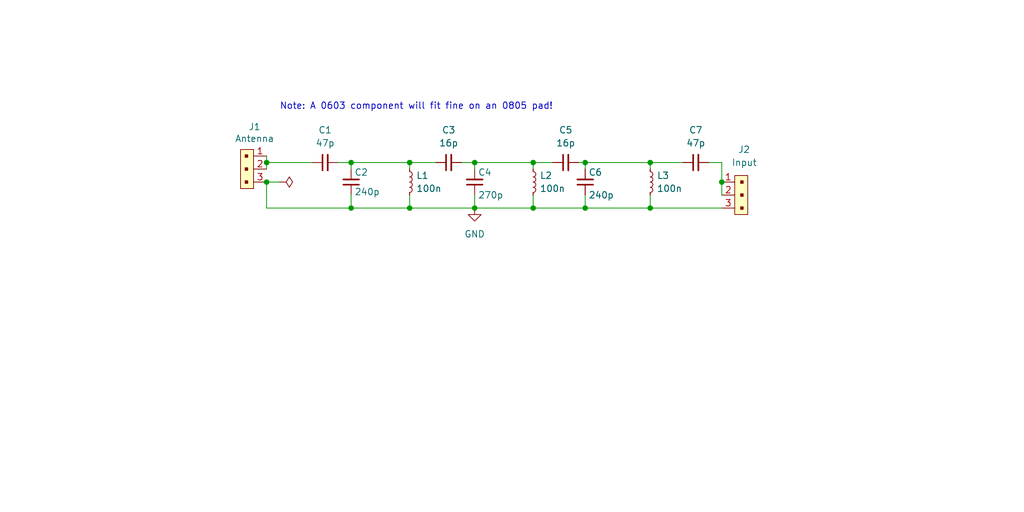
<source format=kicad_sch>
(kicad_sch (version 20231120) (generator "eeschema") (generator_version "8.0")
  (paper "User" 200 99.9998)
  (title_block (title "Pluggable BPF") (date "2023-11-12") (rev "V1.00") (company "VU3CER"))
  (lib_symbols
    (symbol "0022232031_1" (pin_names (offset 1.016))
      (property "Reference" "J1" (at -5.715 0.2032 90))
      (property "Value" "Antenna" (at -3.4036 0.2032 90))
      (symbol "0022232031_1_1_1"
        (rectangle (start -1.27 0) (end 6.35 -2.54) (fill (type background)))
        (rectangle (start -0.254 -1.143) (end 0.254 -1.651) (fill (type outline)))
        (rectangle (start 2.286 -1.143) (end 2.794 -1.651) (fill (type outline)))
        (rectangle (start 4.826 -1.143) (end 5.334 -1.651) (fill (type outline)))
        (pin passive line (at 0 2.54 270) (length 2.54) (name "~") (number "1"))
        (pin passive line (at 2.54 2.54 270) (length 2.54) (name "~") (number "2"))
        (pin passive line (at 5.08 2.54 270) (length 2.54) (name "~") (number "3"))
      )
    )
    (symbol "Device:C_Small" (pin_numbers hide) (pin_names (offset 0.254) hide)
      (property "Reference" "C" (at 0.254 1.778 0))
      (property "Value" "C_Small" (at 0.254 -2.032 0))
      (symbol "C_Small_0_1"
        (polyline (pts (xy -1.524 -0.508) (xy 1.524 -0.508)) (stroke (width 0.3302)))
        (polyline (pts (xy -1.524 0.508) (xy 1.524 0.508)) (stroke (width 0.3048)))
      )
      (symbol "C_Small_1_1"
        (pin passive line (at 0 2.54 270) (length 2.032) (name "~") (number "1"))
        (pin passive line (at 0 -2.54 90) (length 2.032) (name "~") (number "2"))
      )
    )
    (symbol "Device:L_Small" (pin_numbers hide) (pin_names (offset 0.254) hide)
      (property "Reference" "L" (at 0.762 1.016 0))
      (property "Value" "L_Small" (at 0.762 -1.016 0))
      (symbol "L_Small_0_1"
        (arc (start 0 -2.032) (mid 0.5058 -1.524) (end 0 -1.016))
        (arc (start 0 -1.016) (mid 0.5058 -0.508) (end 0 0))
        (arc (start 0 0) (mid 0.5058 0.508) (end 0 1.016))
        (arc (start 0 1.016) (mid 0.5058 1.524) (end 0 2.032))
      )
      (symbol "L_Small_1_1"
        (pin passive line (at 0 2.54 270) (length 0.508) (name "~") (number "1"))
        (pin passive line (at 0 -2.54 90) (length 0.508) (name "~") (number "2"))
      )
    )
    (symbol "dk_Rectangular-Connectors-Headers-Male-Pins:0022232031" (pin_names (offset 1.016))
      (property "Reference" "J" (at -2.54 1.27 0))
      (property "Value" "0022232031" (at 2.54 -3.81 0))
      (symbol "0022232031_1_1"
        (rectangle (start -1.27 0) (end 6.35 -2.54) (fill (type background)))
        (rectangle (start -0.254 -1.143) (end 0.254 -1.651) (fill (type outline)))
        (rectangle (start 2.286 -1.143) (end 2.794 -1.651) (fill (type outline)))
        (rectangle (start 4.826 -1.143) (end 5.334 -1.651) (fill (type outline)))
        (pin passive line (at 0 2.54 270) (length 2.54) (name "~") (number "1"))
        (pin passive line (at 2.54 2.54 270) (length 2.54) (name "~") (number "2"))
        (pin passive line (at 5.08 2.54 270) (length 2.54) (name "~") (number "3"))
      )
    )
    (symbol "power:GND" (power) (pin_names (offset 0))
      (property "Value" "GND" (at 0 -3.81 0))
      (symbol "GND_0_1"
        (polyline (pts (xy 0 0) (xy 0 -1.27) (xy 1.27 -1.27) (xy 0 -2.54) (xy -1.27 -1.27) (xy 0 -1.27)))
      )
      (symbol "GND_1_1"
        (pin power_in line (at 0 0 270) (length 0) hide (name "GND") (number "1"))
      )
    )
    (symbol "power:PWR_FLAG" (power) (pin_numbers hide) (pin_names (offset 0) hide)
      (property "Value" "PWR_FLAG" (at 0 3.81 0))
      (symbol "PWR_FLAG_0_0"
        (pin power_out line (at 0 0 90) (length 0) (name "pwr") (number "1"))
      )
      (symbol "PWR_FLAG_0_1"
        (polyline (pts (xy 0 0) (xy 0 1.27) (xy -1.016 1.905) (xy 0 2.54) (xy 1.016 1.905) (xy 0 1.27)))
      )
    )
  )
  (junction (at 104.14 31.75))
  (junction (at 80.01 40.64))
  (junction (at 52.07 35.56))
  (junction (at 140.97 35.56))
  (junction (at 80.01 31.75))
  (junction (at 127 31.75))
  (junction (at 114.3 40.64))
  (junction (at 92.71 31.75))
  (junction (at 104.14 40.64))
  (junction (at 114.3 31.75))
  (junction (at 68.58 31.75))
  (junction (at 92.71 40.64))
  (junction (at 68.58 40.64))
  (junction (at 52.07 31.75))
  (junction (at 127 40.64))
  (wire (pts (xy 127 38.1) (xy 127 40.64)))
  (wire (pts (xy 52.07 31.75) (xy 60.96 31.75)))
  (wire (pts (xy 104.14 31.75) (xy 107.95 31.75)))
  (wire (pts (xy 140.97 35.56) (xy 140.97 31.75)))
  (wire (pts (xy 127 40.64) (xy 140.97 40.64)))
  (wire (pts (xy 127 31.75) (xy 133.35 31.75)))
  (wire (pts (xy 104.14 31.75) (xy 104.14 33.02)))
  (wire (pts (xy 92.71 40.64) (xy 104.14 40.64)))
  (wire (pts (xy 52.07 40.64) (xy 68.58 40.64)))
  (wire (pts (xy 114.3 31.75) (xy 127 31.75)))
  (wire (pts (xy 92.71 31.75) (xy 92.71 33.02)))
  (wire (pts (xy 68.58 40.64) (xy 80.01 40.64)))
  (wire (pts (xy 68.58 33.02) (xy 68.58 31.75)))
  (wire (pts (xy 68.58 31.75) (xy 66.04 31.75)))
  (wire (pts (xy 80.01 31.75) (xy 80.01 33.02)))
  (wire (pts (xy 113.03 31.75) (xy 114.3 31.75)))
  (wire (pts (xy 114.3 38.1) (xy 114.3 40.64)))
  (wire (pts (xy 127 31.75) (xy 127 33.02)))
  (wire (pts (xy 52.07 33.02) (xy 52.07 31.75)))
  (wire (pts (xy 68.58 31.75) (xy 80.01 31.75)))
  (wire (pts (xy 114.3 31.75) (xy 114.3 33.02)))
  (wire (pts (xy 80.01 38.1) (xy 80.01 40.64)))
  (wire (pts (xy 54.61 35.56) (xy 52.07 35.56)))
  (wire (pts (xy 92.71 31.75) (xy 104.14 31.75)))
  (wire (pts (xy 80.01 40.64) (xy 92.71 40.64)))
  (wire (pts (xy 114.3 40.64) (xy 127 40.64)))
  (wire (pts (xy 80.01 31.75) (xy 85.09 31.75)))
  (wire (pts (xy 52.07 31.75) (xy 52.07 30.48)))
  (wire (pts (xy 104.14 38.1) (xy 104.14 40.64)))
  (wire (pts (xy 104.14 40.64) (xy 114.3 40.64)))
  (wire (pts (xy 90.17 31.75) (xy 92.71 31.75)))
  (wire (pts (xy 52.07 35.56) (xy 52.07 40.64)))
  (wire (pts (xy 92.71 38.1) (xy 92.71 40.64)))
  (wire (pts (xy 140.97 38.1) (xy 140.97 35.56)))
  (wire (pts (xy 140.97 31.75) (xy 138.43 31.75)))
  (wire (pts (xy 68.58 38.1) (xy 68.58 40.64)))
  (text "Note: A 0603 component will fit fine on an 0805 pad!" (at 54.61 21.59 0) (effects (font (size 1.27 1.27)) (justify left bottom)))
  (symbol (lib_id "dk_Rectangular-Connectors-Headers-Male-Pins:0022232031") (at 143.51 35.56 90) (mirror x) (unit 1)
    (property "Reference" "J2" (at 144.145 29.21 90) (effects (justify right)))
    (property "Value" "Input" (at 142.875 31.75 90) (effects (justify right)))
    (property "Footprint" "digikey-footprints:PinHeader_1x3_P2.54mm_Drill1.02mm" (effects (hide yes)))
    (property "Datasheet" "https://www.molex.com/pdm_docs/sd/022232031_sd.pdf" (effects (hide yes)))
    (property "Description" "CONN HEADER VERT 3POS 2.54MM" (effects (hide yes)))
    (property "Digi-Key_PN" "WM4201-ND" (effects (hide yes)))
    (property "MPN" "0022232031" (effects (hide yes)))
    (property "Category" "Connectors, Interconnects" (effects (hide yes)))
    (property "Family" "Rectangular Connectors - Headers, Male Pins" (effects (hide yes)))
    (property "DK_Datasheet_Link" "https://www.molex.com/pdm_docs/sd/022232031_sd.pdf" (effects (hide yes)))
    (property "DK_Detail_Page" "/product-detail/en/molex/0022232031/WM4201-ND/26669" (effects (hide yes)))
    (property "Manufacturer" "Molex" (effects (hide yes)))
    (property "Status" "Active" (effects (hide yes)))
    (property "Description" "CONN HEADER VERT 3POS 2.54MM" (effects (hide yes)))
  )
  (symbol (lib_name "0022232031_1") (lib_id "dk_Rectangular-Connectors-Headers-Male-Pins:0022232031") (at 49.53 30.48 270) (unit 1)
    (property "Reference" "J1" (at 49.7332 24.765 90))
    (property "Value" "Antenna" (at 49.7332 27.0764 90))
    (property "Footprint" "digikey-footprints:PinHeader_1x3_P2.54mm_Drill1.02mm" (effects (hide yes)))
    (property "Datasheet" "https://www.molex.com/pdm_docs/sd/022232031_sd.pdf" (effects (hide yes)))
    (property "Description" "CONN HEADER VERT 3POS 2.54MM" (effects (hide yes)))
    (property "Digi-Key_PN" "WM4201-ND" (effects (hide yes)))
    (property "MPN" "0022232031" (effects (hide yes)))
    (property "Category" "Connectors, Interconnects" (effects (hide yes)))
    (property "Family" "Rectangular Connectors - Headers, Male Pins" (effects (hide yes)))
    (property "DK_Datasheet_Link" "https://www.molex.com/pdm_docs/sd/022232031_sd.pdf" (effects (hide yes)))
    (property "DK_Detail_Page" "/product-detail/en/molex/0022232031/WM4201-ND/26669" (effects (hide yes)))
    (property "Manufacturer" "Molex" (effects (hide yes)))
    (property "Status" "Active" (effects (hide yes)))
    (property "Description" "CONN HEADER VERT 3POS 2.54MM" (effects (hide yes)))
  )
  (symbol (lib_id "power:PWR_FLAG") (at 54.61 35.56 270) (unit 1)
    (property "Reference" "#FLG0101" (effects (hide yes)))
    (property "Value" "PWR_FLAG" (effects (hide yes)))
  )
  (symbol (lib_id "Device:C_Small") (at 68.58 35.56 180) (unit 1)
    (property "Reference" "C2" (at 69.215 33.655 0) (effects (justify right)))
    (property "Value" "240p" (at 69.215 37.465 0) (effects (justify right)))
    (property "Footprint" "Capacitor_SMD:C_0805_2012Metric_Pad1.18x1.45mm_HandSolder" (effects (hide yes)))
    (property "Datasheet" "https://www.lcsc.com/product-detail/Multilayer-Ceramic-Capacitors-MLCC-SMD-SMT_YAGEO-CC0805JRNPO9BN241_C520005.html" (effects (hide yes)))
  )
  (symbol (lib_id "Device:C_Small") (at 114.3 35.56 180) (unit 1)
    (property "Reference" "C6" (at 114.935 33.655 0) (effects (justify right)))
    (property "Value" "240p" (at 114.935 38.1 0) (effects (justify right)))
    (property "Footprint" "Capacitor_SMD:C_0805_2012Metric_Pad1.18x1.45mm_HandSolder" (effects (hide yes)))
    (property "Datasheet" "https://www.lcsc.com/product-detail/Multilayer-Ceramic-Capacitors-MLCC-SMD-SMT_YAGEO-CC0805JRNPO9BN241_C520005.html" (effects (hide yes)))
  )
  (symbol (lib_id "Device:C_Small") (at 135.89 31.75 90) (unit 1)
    (property "Reference" "C7" (at 135.8963 25.4 90))
    (property "Value" "47p" (at 135.8963 27.94 90))
    (property "Footprint" "Capacitor_SMD:C_0805_2012Metric_Pad1.18x1.45mm_HandSolder" (effects (hide yes)))
    (property "Datasheet" "https://www.lcsc.com/product-detail/Multilayer-Ceramic-Capacitors-MLCC-SMD-SMT_Samsung-Electro-Mechanics-CL21C470JBANNNC_C14857.html" (effects (hide yes)))
  )
  (symbol (lib_id "Device:L_Small") (at 104.14 35.56 0) (unit 1)
    (property "Reference" "L2" (at 105.41 34.29 0) (effects (justify left)))
    (property "Value" "100n" (at 105.41 36.83 0) (effects (justify left)))
    (property "Footprint" "Inductor_SMD:L_1210_3225Metric_Pad1.42x2.65mm_HandSolder" (effects (hide yes)))
    (property "Datasheet" "https://www.lcsc.com/product-detail/Inductors-SMD_Sunlord-SDWL3225CR10JSTF_C709637.html" (effects (hide yes)))
  )
  (symbol (lib_id "Device:L_Small") (at 80.01 35.56 0) (unit 1)
    (property "Reference" "L1" (at 81.28 34.29 0) (effects (justify left)))
    (property "Value" "100n" (at 81.28 36.83 0) (effects (justify left)))
    (property "Footprint" "Inductor_SMD:L_1210_3225Metric_Pad1.42x2.65mm_HandSolder" (effects (hide yes)))
    (property "Datasheet" "https://www.lcsc.com/product-detail/Inductors-SMD_Sunlord-SDWL3225CR10JSTF_C709637.html" (effects (hide yes)))
  )
  (symbol (lib_id "Device:C_Small") (at 87.63 31.75 90) (unit 1)
    (property "Reference" "C3" (at 87.6363 25.4 90))
    (property "Value" "16p" (at 87.6363 27.94 90))
    (property "Footprint" "Capacitor_SMD:C_0805_2012Metric_Pad1.18x1.45mm_HandSolder" (effects (hide yes)))
    (property "Datasheet" "https://www.lcsc.com/product-detail/Multilayer-Ceramic-Capacitors-MLCC-SMD-SMT_Walsin-Tech-Corp-0805N160J500CT_C152845.html" (effects (hide yes)))
  )
  (symbol (lib_id "Device:C_Small") (at 63.5 31.75 90) (unit 1)
    (property "Reference" "C1" (at 63.5063 25.4 90))
    (property "Value" "47p" (at 63.5063 27.94 90))
    (property "Footprint" "Capacitor_SMD:C_0805_2012Metric_Pad1.18x1.45mm_HandSolder" (effects (hide yes)))
    (property "Datasheet" "https://www.lcsc.com/product-detail/Multilayer-Ceramic-Capacitors-MLCC-SMD-SMT_Samsung-Electro-Mechanics-CL21C470JBANNNC_C14857.html" (effects (hide yes)))
  )
  (symbol (lib_id "Device:C_Small") (at 110.49 31.75 90) (unit 1)
    (property "Reference" "C5" (at 110.4963 25.4 90))
    (property "Value" "16p" (at 110.4963 27.94 90))
    (property "Footprint" "Capacitor_SMD:C_0805_2012Metric_Pad1.18x1.45mm_HandSolder" (effects (hide yes)))
    (property "Datasheet" "https://www.lcsc.com/product-detail/Multilayer-Ceramic-Capacitors-MLCC-SMD-SMT_Walsin-Tech-Corp-0805N160J500CT_C152845.html" (effects (hide yes)))
  )
  (symbol (lib_id "Device:L_Small") (at 127 35.56 0) (unit 1)
    (property "Reference" "L3" (at 128.27 34.29 0) (effects (justify left)))
    (property "Value" "100n" (at 128.27 36.83 0) (effects (justify left)))
    (property "Footprint" "Inductor_SMD:L_1210_3225Metric_Pad1.42x2.65mm_HandSolder" (effects (hide yes)))
    (property "Datasheet" "https://www.lcsc.com/product-detail/Inductors-SMD_Sunlord-SDWL3225CR10JSTF_C709637.html" (effects (hide yes)))
  )
  (symbol (lib_id "Device:C_Small") (at 92.71 35.56 180) (unit 1)
    (property "Reference" "C4" (at 93.345 33.655 0) (effects (justify right)))
    (property "Value" "270p" (at 93.345 38.1 0) (effects (justify right)))
    (property "Footprint" "Capacitor_SMD:C_0805_2012Metric_Pad1.18x1.45mm_HandSolder" (effects (hide yes)))
    (property "Datasheet" "https://www.lcsc.com/product-detail/Multilayer-Ceramic-Capacitors-MLCC-SMD-SMT_FH-Guangdong-Fenghua-Advanced-Tech-0805CG271J500NT_C501860.html" (effects (hide yes)))
  )
  (symbol (lib_id "power:GND") (at 92.71 40.64 0) (unit 1)
    (property "Reference" "#PWR01" (effects (hide yes)))
    (property "Value" "GND" (at 92.71 45.72 0))
  )
)
</source>
